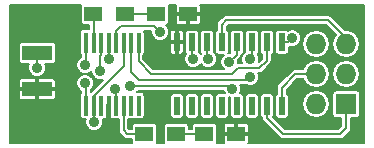
<source format=gtl>
G04 #@! TF.FileFunction,Copper,L1,Top,Signal*
%FSLAX46Y46*%
G04 Gerber Fmt 4.6, Leading zero omitted, Abs format (unit mm)*
G04 Created by KiCad (PCBNEW (after 2015-mar-04 BZR unknown)-product) date 9/2/2016 2:53:59 PM*
%MOMM*%
G01*
G04 APERTURE LIST*
%ADD10C,0.150000*%
%ADD11R,2.540000X1.270000*%
%ADD12R,0.406400X1.651000*%
%ADD13R,0.600000X1.500000*%
%ADD14R,1.500000X1.300000*%
%ADD15R,1.727200X1.727200*%
%ADD16O,1.727200X1.727200*%
%ADD17C,0.889000*%
%ADD18C,0.203200*%
G04 APERTURE END LIST*
D10*
D11*
X151130000Y-103378000D03*
X151130000Y-100330000D03*
D12*
X157797500Y-99441000D03*
X157162500Y-99441000D03*
X156527500Y-99441000D03*
X155892500Y-99441000D03*
X159702500Y-104775000D03*
X159702500Y-99441000D03*
X159067500Y-99441000D03*
X158432500Y-99441000D03*
X155257500Y-104775000D03*
X155892500Y-104775000D03*
X156527500Y-104775000D03*
X157162500Y-104775000D03*
X157797500Y-104775000D03*
X158432500Y-104775000D03*
X155257500Y-99441000D03*
X159067500Y-104775000D03*
D13*
X162941000Y-104808000D03*
X164211000Y-104808000D03*
X165481000Y-104808000D03*
X166751000Y-104808000D03*
X168021000Y-104808000D03*
X169291000Y-104808000D03*
X170561000Y-104808000D03*
X171831000Y-104808000D03*
X171831000Y-99408000D03*
X170561000Y-99408000D03*
X169291000Y-99408000D03*
X168021000Y-99408000D03*
X166751000Y-99408000D03*
X165481000Y-99408000D03*
X164211000Y-99408000D03*
X162941000Y-99408000D03*
D14*
X155876000Y-97028000D03*
X158576000Y-97028000D03*
X160194000Y-107188000D03*
X162894000Y-107188000D03*
D15*
X177292000Y-104648000D03*
D16*
X174752000Y-104648000D03*
X177292000Y-102108000D03*
X174752000Y-102108000D03*
X177292000Y-99568000D03*
X174752000Y-99568000D03*
D14*
X163910000Y-97028000D03*
X161210000Y-97028000D03*
X167974000Y-107188000D03*
X165274000Y-107188000D03*
D17*
X155956000Y-106172000D03*
X163068000Y-100838000D03*
X157480000Y-106680000D03*
X154178000Y-104394000D03*
X159004000Y-103124000D03*
X156464000Y-101854000D03*
X167640000Y-103378000D03*
X167386000Y-101092000D03*
X155194000Y-102870000D03*
X155194000Y-101346000D03*
X169164000Y-102362000D03*
X169164000Y-100838000D03*
X161544000Y-98552000D03*
X172720000Y-99060000D03*
X151130000Y-101600000D03*
X157734000Y-103378000D03*
X157226000Y-100838000D03*
X164338000Y-100838000D03*
X165608000Y-100838000D03*
D18*
X155892500Y-104775000D02*
X155892500Y-103949500D01*
X155892500Y-103949500D02*
X158432500Y-101409500D01*
X158432500Y-101409500D02*
X158432500Y-99441000D01*
X155892500Y-104775000D02*
X155892500Y-106108500D01*
X155892500Y-106108500D02*
X155956000Y-106172000D01*
X157162500Y-104775000D02*
X157162500Y-106362500D01*
X162941000Y-100711000D02*
X162941000Y-99408000D01*
X163068000Y-100838000D02*
X162941000Y-100711000D01*
X157162500Y-106362500D02*
X157480000Y-106680000D01*
X156464000Y-100584000D02*
X156464000Y-101854000D01*
X159004000Y-103124000D02*
X161036000Y-103124000D01*
X161036000Y-103124000D02*
X167386000Y-103124000D01*
X167386000Y-103124000D02*
X167640000Y-103378000D01*
X168021000Y-99408000D02*
X168021000Y-100457000D01*
X168021000Y-100457000D02*
X167386000Y-101092000D01*
X156527500Y-99441000D02*
X156527500Y-100520500D01*
X156527500Y-100520500D02*
X156464000Y-100584000D01*
X155194000Y-102870000D02*
X155257500Y-102933500D01*
X155257500Y-102933500D02*
X155257500Y-104775000D01*
X155194000Y-101346000D02*
X155257500Y-101282500D01*
X155257500Y-101282500D02*
X155257500Y-99441000D01*
X166624000Y-102616000D02*
X168910000Y-102616000D01*
X168910000Y-102616000D02*
X169164000Y-102362000D01*
X159067500Y-99441000D02*
X159067500Y-101917500D01*
X169291000Y-100711000D02*
X169291000Y-99408000D01*
X169164000Y-100838000D02*
X169291000Y-100711000D01*
X159766000Y-102616000D02*
X166624000Y-102616000D01*
X159067500Y-101917500D02*
X159766000Y-102616000D01*
X159258000Y-98044000D02*
X161036000Y-98044000D01*
X161036000Y-98044000D02*
X161544000Y-98552000D01*
X157797500Y-99441000D02*
X157797500Y-98488500D01*
X172372000Y-99408000D02*
X171831000Y-99408000D01*
X172720000Y-99060000D02*
X172372000Y-99408000D01*
X158242000Y-98044000D02*
X159258000Y-98044000D01*
X157797500Y-98488500D02*
X158242000Y-98044000D01*
X166624000Y-102108000D02*
X167640000Y-102108000D01*
X170561000Y-100965000D02*
X170561000Y-99408000D01*
X169926000Y-101600000D02*
X170561000Y-100965000D01*
X168148000Y-101600000D02*
X169926000Y-101600000D01*
X167640000Y-102108000D02*
X168148000Y-101600000D01*
X159702500Y-99441000D02*
X159702500Y-101028500D01*
X160782000Y-102108000D02*
X166624000Y-102108000D01*
X159702500Y-101028500D02*
X160782000Y-102108000D01*
X151130000Y-100330000D02*
X151130000Y-101600000D01*
X157797500Y-104775000D02*
X157797500Y-103441500D01*
X157797500Y-103441500D02*
X157734000Y-103378000D01*
X157162500Y-99441000D02*
X157162500Y-100774500D01*
X157162500Y-100774500D02*
X157226000Y-100838000D01*
X164211000Y-99408000D02*
X164211000Y-100711000D01*
X164211000Y-100711000D02*
X164338000Y-100838000D01*
X155892500Y-99441000D02*
X155892500Y-97044500D01*
X155892500Y-97044500D02*
X155876000Y-97028000D01*
X158576000Y-97028000D02*
X161210000Y-97028000D01*
X160194000Y-107188000D02*
X158750000Y-107188000D01*
X158432500Y-106870500D02*
X158432500Y-104775000D01*
X158750000Y-107188000D02*
X158432500Y-106870500D01*
X158432500Y-104775000D02*
X158432500Y-103949500D01*
X162894000Y-107188000D02*
X165274000Y-107188000D01*
X170561000Y-104808000D02*
X170561000Y-105791000D01*
X177292000Y-106680000D02*
X177292000Y-104648000D01*
X176784000Y-107188000D02*
X177292000Y-106680000D01*
X171958000Y-107188000D02*
X176784000Y-107188000D01*
X170561000Y-105791000D02*
X171958000Y-107188000D01*
X165481000Y-99408000D02*
X165481000Y-100711000D01*
X165481000Y-100711000D02*
X165608000Y-100838000D01*
X174752000Y-102108000D02*
X172974000Y-102108000D01*
X171831000Y-103251000D02*
X171831000Y-104808000D01*
X172974000Y-102108000D02*
X171831000Y-103251000D01*
X177292000Y-99568000D02*
X177292000Y-99060000D01*
X177292000Y-99060000D02*
X175768000Y-97536000D01*
X175768000Y-97536000D02*
X167132000Y-97536000D01*
X167132000Y-97536000D02*
X166751000Y-97917000D01*
X166751000Y-97917000D02*
X166751000Y-99408000D01*
G36*
X159161349Y-107962700D02*
X152710771Y-107962700D01*
X152710771Y-100965000D01*
X152710771Y-99695000D01*
X152688222Y-99578781D01*
X152621123Y-99476635D01*
X152519827Y-99408259D01*
X152400000Y-99384229D01*
X149860000Y-99384229D01*
X149743781Y-99406778D01*
X149641635Y-99473877D01*
X149573259Y-99575173D01*
X149549229Y-99695000D01*
X149549229Y-100965000D01*
X149571778Y-101081219D01*
X149638877Y-101183365D01*
X149740173Y-101251741D01*
X149860000Y-101275771D01*
X150453300Y-101275771D01*
X150380830Y-101450301D01*
X150380570Y-101748391D01*
X150494404Y-102023890D01*
X150705001Y-102234856D01*
X150980301Y-102349170D01*
X151278391Y-102349430D01*
X151553890Y-102235596D01*
X151764856Y-102024999D01*
X151879170Y-101749699D01*
X151879430Y-101451609D01*
X151806775Y-101275771D01*
X152400000Y-101275771D01*
X152516219Y-101253222D01*
X152618365Y-101186123D01*
X152686741Y-101084827D01*
X152710771Y-100965000D01*
X152710771Y-107962700D01*
X152704800Y-107962700D01*
X152704800Y-104073628D01*
X152704800Y-103543100D01*
X152704800Y-103212900D01*
X152704800Y-102682372D01*
X152658397Y-102570345D01*
X152572656Y-102484603D01*
X152460629Y-102438200D01*
X152339372Y-102438200D01*
X151295100Y-102438200D01*
X151218900Y-102514400D01*
X151218900Y-103289100D01*
X152628600Y-103289100D01*
X152704800Y-103212900D01*
X152704800Y-103543100D01*
X152628600Y-103466900D01*
X151218900Y-103466900D01*
X151218900Y-104241600D01*
X151295100Y-104317800D01*
X152339372Y-104317800D01*
X152460629Y-104317800D01*
X152572656Y-104271397D01*
X152658397Y-104185655D01*
X152704800Y-104073628D01*
X152704800Y-107962700D01*
X151041100Y-107962700D01*
X151041100Y-104241600D01*
X151041100Y-103466900D01*
X151041100Y-103289100D01*
X151041100Y-102514400D01*
X150964900Y-102438200D01*
X149920628Y-102438200D01*
X149799371Y-102438200D01*
X149687344Y-102484603D01*
X149601603Y-102570345D01*
X149555200Y-102682372D01*
X149555200Y-103212900D01*
X149631400Y-103289100D01*
X151041100Y-103289100D01*
X151041100Y-103466900D01*
X149631400Y-103466900D01*
X149555200Y-103543100D01*
X149555200Y-104073628D01*
X149601603Y-104185655D01*
X149687344Y-104271397D01*
X149799371Y-104317800D01*
X149920628Y-104317800D01*
X150964900Y-104317800D01*
X151041100Y-104241600D01*
X151041100Y-107962700D01*
X148831300Y-107962700D01*
X148831300Y-96253300D01*
X154842548Y-96253300D01*
X154839259Y-96258173D01*
X154815229Y-96378000D01*
X154815229Y-97678000D01*
X154837778Y-97794219D01*
X154904877Y-97896365D01*
X155006173Y-97964741D01*
X155126000Y-97988771D01*
X155486100Y-97988771D01*
X155486100Y-98309822D01*
X155460700Y-98304729D01*
X155054300Y-98304729D01*
X154938081Y-98327278D01*
X154835935Y-98394377D01*
X154767559Y-98495673D01*
X154743529Y-98615500D01*
X154743529Y-100266500D01*
X154766078Y-100382719D01*
X154833177Y-100484865D01*
X154851100Y-100496963D01*
X154851100Y-100676939D01*
X154770110Y-100710404D01*
X154559144Y-100921001D01*
X154444830Y-101196301D01*
X154444570Y-101494391D01*
X154558404Y-101769890D01*
X154769001Y-101980856D01*
X155044301Y-102095170D01*
X155342391Y-102095430D01*
X155617890Y-101981596D01*
X155714672Y-101884982D01*
X155714570Y-102002391D01*
X155828404Y-102277890D01*
X156039001Y-102488856D01*
X156314301Y-102603170D01*
X156612391Y-102603430D01*
X156700056Y-102567207D01*
X155663900Y-103603363D01*
X155663900Y-103459666D01*
X155828856Y-103294999D01*
X155943170Y-103019699D01*
X155943430Y-102721609D01*
X155829596Y-102446110D01*
X155618999Y-102235144D01*
X155343699Y-102120830D01*
X155045609Y-102120570D01*
X154770110Y-102234404D01*
X154559144Y-102445001D01*
X154444830Y-102720301D01*
X154444570Y-103018391D01*
X154558404Y-103293890D01*
X154769001Y-103504856D01*
X154851100Y-103538946D01*
X154851100Y-103718415D01*
X154835935Y-103728377D01*
X154767559Y-103829673D01*
X154743529Y-103949500D01*
X154743529Y-105600500D01*
X154766078Y-105716719D01*
X154833177Y-105818865D01*
X154934473Y-105887241D01*
X155054300Y-105911271D01*
X155252933Y-105911271D01*
X155206830Y-106022301D01*
X155206570Y-106320391D01*
X155320404Y-106595890D01*
X155531001Y-106806856D01*
X155806301Y-106921170D01*
X156104391Y-106921430D01*
X156379890Y-106807596D01*
X156590856Y-106596999D01*
X156705170Y-106321699D01*
X156705430Y-106023609D01*
X156659012Y-105911271D01*
X156730700Y-105911271D01*
X156846919Y-105888722D01*
X156851455Y-105885742D01*
X156898672Y-105905300D01*
X156997400Y-105905300D01*
X157073600Y-105829100D01*
X157073600Y-104863900D01*
X157053600Y-104863900D01*
X157053600Y-104686100D01*
X157073600Y-104686100D01*
X157073600Y-104666100D01*
X157251400Y-104666100D01*
X157251400Y-104686100D01*
X157271400Y-104686100D01*
X157271400Y-104863900D01*
X157251400Y-104863900D01*
X157251400Y-105829100D01*
X157327600Y-105905300D01*
X157426328Y-105905300D01*
X157472744Y-105886073D01*
X157474473Y-105887241D01*
X157594300Y-105911271D01*
X158000700Y-105911271D01*
X158026100Y-105906342D01*
X158026100Y-106870500D01*
X158057035Y-107026023D01*
X158145132Y-107157868D01*
X158462632Y-107475368D01*
X158594477Y-107563465D01*
X158594478Y-107563465D01*
X158750000Y-107594400D01*
X159133229Y-107594400D01*
X159133229Y-107838000D01*
X159155778Y-107954219D01*
X159161349Y-107962700D01*
X159161349Y-107962700D01*
G37*
X159161349Y-107962700D02*
X152710771Y-107962700D01*
X152710771Y-100965000D01*
X152710771Y-99695000D01*
X152688222Y-99578781D01*
X152621123Y-99476635D01*
X152519827Y-99408259D01*
X152400000Y-99384229D01*
X149860000Y-99384229D01*
X149743781Y-99406778D01*
X149641635Y-99473877D01*
X149573259Y-99575173D01*
X149549229Y-99695000D01*
X149549229Y-100965000D01*
X149571778Y-101081219D01*
X149638877Y-101183365D01*
X149740173Y-101251741D01*
X149860000Y-101275771D01*
X150453300Y-101275771D01*
X150380830Y-101450301D01*
X150380570Y-101748391D01*
X150494404Y-102023890D01*
X150705001Y-102234856D01*
X150980301Y-102349170D01*
X151278391Y-102349430D01*
X151553890Y-102235596D01*
X151764856Y-102024999D01*
X151879170Y-101749699D01*
X151879430Y-101451609D01*
X151806775Y-101275771D01*
X152400000Y-101275771D01*
X152516219Y-101253222D01*
X152618365Y-101186123D01*
X152686741Y-101084827D01*
X152710771Y-100965000D01*
X152710771Y-107962700D01*
X152704800Y-107962700D01*
X152704800Y-104073628D01*
X152704800Y-103543100D01*
X152704800Y-103212900D01*
X152704800Y-102682372D01*
X152658397Y-102570345D01*
X152572656Y-102484603D01*
X152460629Y-102438200D01*
X152339372Y-102438200D01*
X151295100Y-102438200D01*
X151218900Y-102514400D01*
X151218900Y-103289100D01*
X152628600Y-103289100D01*
X152704800Y-103212900D01*
X152704800Y-103543100D01*
X152628600Y-103466900D01*
X151218900Y-103466900D01*
X151218900Y-104241600D01*
X151295100Y-104317800D01*
X152339372Y-104317800D01*
X152460629Y-104317800D01*
X152572656Y-104271397D01*
X152658397Y-104185655D01*
X152704800Y-104073628D01*
X152704800Y-107962700D01*
X151041100Y-107962700D01*
X151041100Y-104241600D01*
X151041100Y-103466900D01*
X151041100Y-103289100D01*
X151041100Y-102514400D01*
X150964900Y-102438200D01*
X149920628Y-102438200D01*
X149799371Y-102438200D01*
X149687344Y-102484603D01*
X149601603Y-102570345D01*
X149555200Y-102682372D01*
X149555200Y-103212900D01*
X149631400Y-103289100D01*
X151041100Y-103289100D01*
X151041100Y-103466900D01*
X149631400Y-103466900D01*
X149555200Y-103543100D01*
X149555200Y-104073628D01*
X149601603Y-104185655D01*
X149687344Y-104271397D01*
X149799371Y-104317800D01*
X149920628Y-104317800D01*
X150964900Y-104317800D01*
X151041100Y-104241600D01*
X151041100Y-107962700D01*
X148831300Y-107962700D01*
X148831300Y-96253300D01*
X154842548Y-96253300D01*
X154839259Y-96258173D01*
X154815229Y-96378000D01*
X154815229Y-97678000D01*
X154837778Y-97794219D01*
X154904877Y-97896365D01*
X155006173Y-97964741D01*
X155126000Y-97988771D01*
X155486100Y-97988771D01*
X155486100Y-98309822D01*
X155460700Y-98304729D01*
X155054300Y-98304729D01*
X154938081Y-98327278D01*
X154835935Y-98394377D01*
X154767559Y-98495673D01*
X154743529Y-98615500D01*
X154743529Y-100266500D01*
X154766078Y-100382719D01*
X154833177Y-100484865D01*
X154851100Y-100496963D01*
X154851100Y-100676939D01*
X154770110Y-100710404D01*
X154559144Y-100921001D01*
X154444830Y-101196301D01*
X154444570Y-101494391D01*
X154558404Y-101769890D01*
X154769001Y-101980856D01*
X155044301Y-102095170D01*
X155342391Y-102095430D01*
X155617890Y-101981596D01*
X155714672Y-101884982D01*
X155714570Y-102002391D01*
X155828404Y-102277890D01*
X156039001Y-102488856D01*
X156314301Y-102603170D01*
X156612391Y-102603430D01*
X156700056Y-102567207D01*
X155663900Y-103603363D01*
X155663900Y-103459666D01*
X155828856Y-103294999D01*
X155943170Y-103019699D01*
X155943430Y-102721609D01*
X155829596Y-102446110D01*
X155618999Y-102235144D01*
X155343699Y-102120830D01*
X155045609Y-102120570D01*
X154770110Y-102234404D01*
X154559144Y-102445001D01*
X154444830Y-102720301D01*
X154444570Y-103018391D01*
X154558404Y-103293890D01*
X154769001Y-103504856D01*
X154851100Y-103538946D01*
X154851100Y-103718415D01*
X154835935Y-103728377D01*
X154767559Y-103829673D01*
X154743529Y-103949500D01*
X154743529Y-105600500D01*
X154766078Y-105716719D01*
X154833177Y-105818865D01*
X154934473Y-105887241D01*
X155054300Y-105911271D01*
X155252933Y-105911271D01*
X155206830Y-106022301D01*
X155206570Y-106320391D01*
X155320404Y-106595890D01*
X155531001Y-106806856D01*
X155806301Y-106921170D01*
X156104391Y-106921430D01*
X156379890Y-106807596D01*
X156590856Y-106596999D01*
X156705170Y-106321699D01*
X156705430Y-106023609D01*
X156659012Y-105911271D01*
X156730700Y-105911271D01*
X156846919Y-105888722D01*
X156851455Y-105885742D01*
X156898672Y-105905300D01*
X156997400Y-105905300D01*
X157073600Y-105829100D01*
X157073600Y-104863900D01*
X157053600Y-104863900D01*
X157053600Y-104686100D01*
X157073600Y-104686100D01*
X157073600Y-104666100D01*
X157251400Y-104666100D01*
X157251400Y-104686100D01*
X157271400Y-104686100D01*
X157271400Y-104863900D01*
X157251400Y-104863900D01*
X157251400Y-105829100D01*
X157327600Y-105905300D01*
X157426328Y-105905300D01*
X157472744Y-105886073D01*
X157474473Y-105887241D01*
X157594300Y-105911271D01*
X158000700Y-105911271D01*
X158026100Y-105906342D01*
X158026100Y-106870500D01*
X158057035Y-107026023D01*
X158145132Y-107157868D01*
X158462632Y-107475368D01*
X158594477Y-107563465D01*
X158594478Y-107563465D01*
X158750000Y-107594400D01*
X159133229Y-107594400D01*
X159133229Y-107838000D01*
X159155778Y-107954219D01*
X159161349Y-107962700D01*
G36*
X178828700Y-107962700D02*
X178483290Y-107962700D01*
X178483290Y-102108000D01*
X178394351Y-101660873D01*
X178141074Y-101281816D01*
X177762017Y-101028539D01*
X177314890Y-100939600D01*
X177269110Y-100939600D01*
X176821983Y-101028539D01*
X176442926Y-101281816D01*
X176189649Y-101660873D01*
X176100710Y-102108000D01*
X176189649Y-102555127D01*
X176442926Y-102934184D01*
X176821983Y-103187461D01*
X177269110Y-103276400D01*
X177314890Y-103276400D01*
X177762017Y-103187461D01*
X178141074Y-102934184D01*
X178394351Y-102555127D01*
X178483290Y-102108000D01*
X178483290Y-107962700D01*
X178466371Y-107962700D01*
X178466371Y-105511600D01*
X178466371Y-103784400D01*
X178443822Y-103668181D01*
X178376723Y-103566035D01*
X178275427Y-103497659D01*
X178155600Y-103473629D01*
X176428400Y-103473629D01*
X176312181Y-103496178D01*
X176210035Y-103563277D01*
X176141659Y-103664573D01*
X176117629Y-103784400D01*
X176117629Y-105511600D01*
X176140178Y-105627819D01*
X176207277Y-105729965D01*
X176308573Y-105798341D01*
X176428400Y-105822371D01*
X176885600Y-105822371D01*
X176885600Y-106511663D01*
X176615663Y-106781600D01*
X175943290Y-106781600D01*
X175943290Y-104648000D01*
X175943290Y-102108000D01*
X175943290Y-99568000D01*
X175854351Y-99120873D01*
X175601074Y-98741816D01*
X175222017Y-98488539D01*
X174774890Y-98399600D01*
X174729110Y-98399600D01*
X174281983Y-98488539D01*
X173902926Y-98741816D01*
X173649649Y-99120873D01*
X173560710Y-99568000D01*
X173649649Y-100015127D01*
X173902926Y-100394184D01*
X174281983Y-100647461D01*
X174729110Y-100736400D01*
X174774890Y-100736400D01*
X175222017Y-100647461D01*
X175601074Y-100394184D01*
X175854351Y-100015127D01*
X175943290Y-99568000D01*
X175943290Y-102108000D01*
X175854351Y-101660873D01*
X175601074Y-101281816D01*
X175222017Y-101028539D01*
X174774890Y-100939600D01*
X174729110Y-100939600D01*
X174281983Y-101028539D01*
X173902926Y-101281816D01*
X173649649Y-101660873D01*
X173641547Y-101701600D01*
X173469430Y-101701600D01*
X173469430Y-98911609D01*
X173355596Y-98636110D01*
X173144999Y-98425144D01*
X172869699Y-98310830D01*
X172571609Y-98310570D01*
X172316858Y-98415830D01*
X172250827Y-98371259D01*
X172131000Y-98347229D01*
X171531000Y-98347229D01*
X171414781Y-98369778D01*
X171312635Y-98436877D01*
X171244259Y-98538173D01*
X171220229Y-98658000D01*
X171220229Y-100158000D01*
X171242778Y-100274219D01*
X171309877Y-100376365D01*
X171411173Y-100444741D01*
X171531000Y-100468771D01*
X172131000Y-100468771D01*
X172247219Y-100446222D01*
X172349365Y-100379123D01*
X172417741Y-100277827D01*
X172441771Y-100158000D01*
X172441771Y-99800521D01*
X172514590Y-99786037D01*
X172570301Y-99809170D01*
X172868391Y-99809430D01*
X173143890Y-99695596D01*
X173354856Y-99484999D01*
X173469170Y-99209699D01*
X173469430Y-98911609D01*
X173469430Y-101701600D01*
X172974000Y-101701600D01*
X172818477Y-101732535D01*
X172686632Y-101820632D01*
X171543632Y-102963632D01*
X171455535Y-103095477D01*
X171424600Y-103251000D01*
X171424600Y-103767872D01*
X171414781Y-103769778D01*
X171312635Y-103836877D01*
X171244259Y-103938173D01*
X171220229Y-104058000D01*
X171220229Y-105558000D01*
X171242778Y-105674219D01*
X171309877Y-105776365D01*
X171411173Y-105844741D01*
X171531000Y-105868771D01*
X172131000Y-105868771D01*
X172247219Y-105846222D01*
X172349365Y-105779123D01*
X172417741Y-105677827D01*
X172441771Y-105558000D01*
X172441771Y-104058000D01*
X172419222Y-103941781D01*
X172352123Y-103839635D01*
X172250827Y-103771259D01*
X172237400Y-103768566D01*
X172237400Y-103419336D01*
X173142336Y-102514400D01*
X173641547Y-102514400D01*
X173649649Y-102555127D01*
X173902926Y-102934184D01*
X174281983Y-103187461D01*
X174729110Y-103276400D01*
X174774890Y-103276400D01*
X175222017Y-103187461D01*
X175601074Y-102934184D01*
X175854351Y-102555127D01*
X175943290Y-102108000D01*
X175943290Y-104648000D01*
X175854351Y-104200873D01*
X175601074Y-103821816D01*
X175222017Y-103568539D01*
X174774890Y-103479600D01*
X174729110Y-103479600D01*
X174281983Y-103568539D01*
X173902926Y-103821816D01*
X173649649Y-104200873D01*
X173560710Y-104648000D01*
X173649649Y-105095127D01*
X173902926Y-105474184D01*
X174281983Y-105727461D01*
X174729110Y-105816400D01*
X174774890Y-105816400D01*
X175222017Y-105727461D01*
X175601074Y-105474184D01*
X175854351Y-105095127D01*
X175943290Y-104648000D01*
X175943290Y-106781600D01*
X172126336Y-106781600D01*
X171097295Y-105752559D01*
X171147741Y-105677827D01*
X171171771Y-105558000D01*
X171171771Y-104058000D01*
X171149222Y-103941781D01*
X171082123Y-103839635D01*
X170980827Y-103771259D01*
X170861000Y-103747229D01*
X170261000Y-103747229D01*
X170144781Y-103769778D01*
X170042635Y-103836877D01*
X169974259Y-103938173D01*
X169950229Y-104058000D01*
X169950229Y-105558000D01*
X169972778Y-105674219D01*
X170039877Y-105776365D01*
X170141173Y-105844741D01*
X170166291Y-105849778D01*
X170185535Y-105946523D01*
X170273632Y-106078368D01*
X171670632Y-107475368D01*
X171802477Y-107563465D01*
X171958000Y-107594400D01*
X176784000Y-107594400D01*
X176939522Y-107563465D01*
X176939523Y-107563465D01*
X177071368Y-107475368D01*
X177579368Y-106967369D01*
X177579368Y-106967368D01*
X177667465Y-106835523D01*
X177698399Y-106680000D01*
X177698400Y-106680000D01*
X177698400Y-105822371D01*
X178155600Y-105822371D01*
X178271819Y-105799822D01*
X178373965Y-105732723D01*
X178442341Y-105631427D01*
X178466371Y-105511600D01*
X178466371Y-107962700D01*
X169901771Y-107962700D01*
X169901771Y-105558000D01*
X169901771Y-104058000D01*
X169879222Y-103941781D01*
X169812123Y-103839635D01*
X169710827Y-103771259D01*
X169591000Y-103747229D01*
X168991000Y-103747229D01*
X168874781Y-103769778D01*
X168772635Y-103836877D01*
X168704259Y-103938173D01*
X168680229Y-104058000D01*
X168680229Y-105558000D01*
X168702778Y-105674219D01*
X168769877Y-105776365D01*
X168871173Y-105844741D01*
X168991000Y-105868771D01*
X169591000Y-105868771D01*
X169707219Y-105846222D01*
X169809365Y-105779123D01*
X169877741Y-105677827D01*
X169901771Y-105558000D01*
X169901771Y-107962700D01*
X169002260Y-107962700D01*
X169028800Y-107898629D01*
X169028800Y-107777372D01*
X169028800Y-107353100D01*
X169028800Y-107022900D01*
X169028800Y-106598628D01*
X169028800Y-106477371D01*
X168982397Y-106365344D01*
X168896655Y-106279603D01*
X168784628Y-106233200D01*
X168139100Y-106233200D01*
X168062900Y-106309400D01*
X168062900Y-107099100D01*
X168952600Y-107099100D01*
X169028800Y-107022900D01*
X169028800Y-107353100D01*
X168952600Y-107276900D01*
X168062900Y-107276900D01*
X168062900Y-107296900D01*
X167885100Y-107296900D01*
X167885100Y-107276900D01*
X167885100Y-107099100D01*
X167885100Y-106309400D01*
X167808900Y-106233200D01*
X167163372Y-106233200D01*
X167051345Y-106279603D01*
X166965603Y-106365344D01*
X166919200Y-106477371D01*
X166919200Y-106598628D01*
X166919200Y-107022900D01*
X166995400Y-107099100D01*
X167885100Y-107099100D01*
X167885100Y-107276900D01*
X166995400Y-107276900D01*
X166919200Y-107353100D01*
X166919200Y-107777372D01*
X166919200Y-107898629D01*
X166945739Y-107962700D01*
X166307451Y-107962700D01*
X166310741Y-107957827D01*
X166334771Y-107838000D01*
X166334771Y-106538000D01*
X166312222Y-106421781D01*
X166245123Y-106319635D01*
X166143827Y-106251259D01*
X166091771Y-106240819D01*
X166091771Y-105558000D01*
X166091771Y-104058000D01*
X166069222Y-103941781D01*
X166002123Y-103839635D01*
X165900827Y-103771259D01*
X165781000Y-103747229D01*
X165181000Y-103747229D01*
X165064781Y-103769778D01*
X164962635Y-103836877D01*
X164894259Y-103938173D01*
X164870229Y-104058000D01*
X164870229Y-105558000D01*
X164892778Y-105674219D01*
X164959877Y-105776365D01*
X165061173Y-105844741D01*
X165181000Y-105868771D01*
X165781000Y-105868771D01*
X165897219Y-105846222D01*
X165999365Y-105779123D01*
X166067741Y-105677827D01*
X166091771Y-105558000D01*
X166091771Y-106240819D01*
X166024000Y-106227229D01*
X164821771Y-106227229D01*
X164821771Y-105558000D01*
X164821771Y-104058000D01*
X164799222Y-103941781D01*
X164732123Y-103839635D01*
X164630827Y-103771259D01*
X164511000Y-103747229D01*
X163911000Y-103747229D01*
X163794781Y-103769778D01*
X163692635Y-103836877D01*
X163624259Y-103938173D01*
X163600229Y-104058000D01*
X163600229Y-105558000D01*
X163622778Y-105674219D01*
X163689877Y-105776365D01*
X163791173Y-105844741D01*
X163911000Y-105868771D01*
X164511000Y-105868771D01*
X164627219Y-105846222D01*
X164729365Y-105779123D01*
X164797741Y-105677827D01*
X164821771Y-105558000D01*
X164821771Y-106227229D01*
X164524000Y-106227229D01*
X164407781Y-106249778D01*
X164305635Y-106316877D01*
X164237259Y-106418173D01*
X164213229Y-106538000D01*
X164213229Y-106781600D01*
X163954771Y-106781600D01*
X163954771Y-106538000D01*
X163932222Y-106421781D01*
X163865123Y-106319635D01*
X163763827Y-106251259D01*
X163644000Y-106227229D01*
X163551771Y-106227229D01*
X163551771Y-105558000D01*
X163551771Y-104058000D01*
X163529222Y-103941781D01*
X163462123Y-103839635D01*
X163360827Y-103771259D01*
X163241000Y-103747229D01*
X162641000Y-103747229D01*
X162524781Y-103769778D01*
X162422635Y-103836877D01*
X162354259Y-103938173D01*
X162330229Y-104058000D01*
X162330229Y-105558000D01*
X162352778Y-105674219D01*
X162419877Y-105776365D01*
X162521173Y-105844741D01*
X162641000Y-105868771D01*
X163241000Y-105868771D01*
X163357219Y-105846222D01*
X163459365Y-105779123D01*
X163527741Y-105677827D01*
X163551771Y-105558000D01*
X163551771Y-106227229D01*
X162144000Y-106227229D01*
X162027781Y-106249778D01*
X161925635Y-106316877D01*
X161857259Y-106418173D01*
X161833229Y-106538000D01*
X161833229Y-107838000D01*
X161855778Y-107954219D01*
X161861349Y-107962700D01*
X161227451Y-107962700D01*
X161230741Y-107957827D01*
X161254771Y-107838000D01*
X161254771Y-106538000D01*
X161232222Y-106421781D01*
X161165123Y-106319635D01*
X161063827Y-106251259D01*
X160944000Y-106227229D01*
X159444000Y-106227229D01*
X159327781Y-106249778D01*
X159225635Y-106316877D01*
X159157259Y-106418173D01*
X159133229Y-106538000D01*
X159133229Y-106781600D01*
X158918336Y-106781600D01*
X158838900Y-106702164D01*
X158838900Y-105906177D01*
X158864300Y-105911271D01*
X159270700Y-105911271D01*
X159386888Y-105888728D01*
X159499300Y-105911271D01*
X159905700Y-105911271D01*
X160021919Y-105888722D01*
X160124065Y-105821623D01*
X160192441Y-105720327D01*
X160216471Y-105600500D01*
X160216471Y-103949500D01*
X160193922Y-103833281D01*
X160126823Y-103731135D01*
X160025527Y-103662759D01*
X159905700Y-103638729D01*
X159548968Y-103638729D01*
X159638856Y-103548999D01*
X159646578Y-103530400D01*
X161036000Y-103530400D01*
X166892226Y-103530400D01*
X166981818Y-103747229D01*
X166451000Y-103747229D01*
X166334781Y-103769778D01*
X166232635Y-103836877D01*
X166164259Y-103938173D01*
X166140229Y-104058000D01*
X166140229Y-105558000D01*
X166162778Y-105674219D01*
X166229877Y-105776365D01*
X166331173Y-105844741D01*
X166451000Y-105868771D01*
X167051000Y-105868771D01*
X167167219Y-105846222D01*
X167269365Y-105779123D01*
X167337741Y-105677827D01*
X167361771Y-105558000D01*
X167361771Y-104073799D01*
X167410229Y-104093921D01*
X167410229Y-105558000D01*
X167432778Y-105674219D01*
X167499877Y-105776365D01*
X167601173Y-105844741D01*
X167721000Y-105868771D01*
X168321000Y-105868771D01*
X168437219Y-105846222D01*
X168539365Y-105779123D01*
X168607741Y-105677827D01*
X168631771Y-105558000D01*
X168631771Y-104058000D01*
X168609222Y-103941781D01*
X168542123Y-103839635D01*
X168440827Y-103771259D01*
X168321000Y-103747229D01*
X168298013Y-103747229D01*
X168389170Y-103527699D01*
X168389430Y-103229609D01*
X168303812Y-103022400D01*
X168800518Y-103022400D01*
X169014301Y-103111170D01*
X169312391Y-103111430D01*
X169587890Y-102997596D01*
X169798856Y-102786999D01*
X169913170Y-102511699D01*
X169913430Y-102213609D01*
X169827812Y-102006400D01*
X169926000Y-102006400D01*
X170081522Y-101975465D01*
X170081523Y-101975465D01*
X170213368Y-101887368D01*
X170848368Y-101252368D01*
X170936465Y-101120523D01*
X170936465Y-101120522D01*
X170967400Y-100965000D01*
X170967400Y-100448127D01*
X170977219Y-100446222D01*
X171079365Y-100379123D01*
X171147741Y-100277827D01*
X171171771Y-100158000D01*
X171171771Y-98658000D01*
X171149222Y-98541781D01*
X171082123Y-98439635D01*
X170980827Y-98371259D01*
X170861000Y-98347229D01*
X170261000Y-98347229D01*
X170144781Y-98369778D01*
X170042635Y-98436877D01*
X169974259Y-98538173D01*
X169950229Y-98658000D01*
X169950229Y-100158000D01*
X169972778Y-100274219D01*
X170039877Y-100376365D01*
X170141173Y-100444741D01*
X170154600Y-100447433D01*
X170154600Y-100796664D01*
X169877385Y-101073878D01*
X169913170Y-100987699D01*
X169913430Y-100689609D01*
X169799596Y-100414110D01*
X169782371Y-100396855D01*
X169809365Y-100379123D01*
X169877741Y-100277827D01*
X169901771Y-100158000D01*
X169901771Y-98658000D01*
X169879222Y-98541781D01*
X169812123Y-98439635D01*
X169710827Y-98371259D01*
X169591000Y-98347229D01*
X168991000Y-98347229D01*
X168874781Y-98369778D01*
X168772635Y-98436877D01*
X168704259Y-98538173D01*
X168680229Y-98658000D01*
X168680229Y-100158000D01*
X168697162Y-100245276D01*
X168529144Y-100413001D01*
X168414830Y-100688301D01*
X168414570Y-100986391D01*
X168500187Y-101193600D01*
X168148000Y-101193600D01*
X168135209Y-101196144D01*
X168135430Y-100943609D01*
X168127739Y-100924996D01*
X168308368Y-100744368D01*
X168396465Y-100612523D01*
X168396465Y-100612522D01*
X168427400Y-100457000D01*
X168427400Y-100448127D01*
X168437219Y-100446222D01*
X168539365Y-100379123D01*
X168607741Y-100277827D01*
X168631771Y-100158000D01*
X168631771Y-98658000D01*
X168609222Y-98541781D01*
X168542123Y-98439635D01*
X168440827Y-98371259D01*
X168321000Y-98347229D01*
X167721000Y-98347229D01*
X167604781Y-98369778D01*
X167502635Y-98436877D01*
X167434259Y-98538173D01*
X167410229Y-98658000D01*
X167410229Y-100158000D01*
X167432778Y-100274219D01*
X167477814Y-100342779D01*
X167294005Y-100342619D01*
X167337741Y-100277827D01*
X167361771Y-100158000D01*
X167361771Y-98658000D01*
X167339222Y-98541781D01*
X167272123Y-98439635D01*
X167170827Y-98371259D01*
X167157400Y-98368566D01*
X167157400Y-98085336D01*
X167300336Y-97942400D01*
X175599663Y-97942400D01*
X176425363Y-98768100D01*
X176189649Y-99120873D01*
X176100710Y-99568000D01*
X176189649Y-100015127D01*
X176442926Y-100394184D01*
X176821983Y-100647461D01*
X177269110Y-100736400D01*
X177314890Y-100736400D01*
X177762017Y-100647461D01*
X178141074Y-100394184D01*
X178394351Y-100015127D01*
X178483290Y-99568000D01*
X178394351Y-99120873D01*
X178141074Y-98741816D01*
X177762017Y-98488539D01*
X177314890Y-98399600D01*
X177269110Y-98399600D01*
X177216751Y-98410014D01*
X176055368Y-97248632D01*
X175923523Y-97160535D01*
X175768000Y-97129600D01*
X167132000Y-97129600D01*
X166976477Y-97160535D01*
X166844632Y-97248632D01*
X166463632Y-97629632D01*
X166375535Y-97761477D01*
X166344600Y-97917000D01*
X166344600Y-98367872D01*
X166334781Y-98369778D01*
X166232635Y-98436877D01*
X166164259Y-98538173D01*
X166140229Y-98658000D01*
X166140229Y-100158000D01*
X166162778Y-100274219D01*
X166229877Y-100376365D01*
X166331173Y-100444741D01*
X166451000Y-100468771D01*
X166949721Y-100468771D01*
X166751144Y-100667001D01*
X166636830Y-100942301D01*
X166636570Y-101240391D01*
X166750404Y-101515890D01*
X166935789Y-101701600D01*
X166624000Y-101701600D01*
X166357430Y-101701600D01*
X166357430Y-100689609D01*
X166243596Y-100414110D01*
X166074400Y-100244618D01*
X166091771Y-100158000D01*
X166091771Y-98658000D01*
X166069222Y-98541781D01*
X166002123Y-98439635D01*
X165900827Y-98371259D01*
X165781000Y-98347229D01*
X165181000Y-98347229D01*
X165064781Y-98369778D01*
X164964800Y-98435454D01*
X164964800Y-97738629D01*
X164964800Y-97617372D01*
X164964800Y-97193100D01*
X164888600Y-97116900D01*
X163998900Y-97116900D01*
X163998900Y-97906600D01*
X164075100Y-97982800D01*
X164720628Y-97982800D01*
X164832655Y-97936397D01*
X164918397Y-97850656D01*
X164964800Y-97738629D01*
X164964800Y-98435454D01*
X164962635Y-98436877D01*
X164894259Y-98538173D01*
X164870229Y-98658000D01*
X164870229Y-100158000D01*
X164892778Y-100274219D01*
X164959877Y-100376365D01*
X164989686Y-100396487D01*
X164973144Y-100413001D01*
X164972951Y-100413464D01*
X164804400Y-100244618D01*
X164821771Y-100158000D01*
X164821771Y-98658000D01*
X164799222Y-98541781D01*
X164732123Y-98439635D01*
X164630827Y-98371259D01*
X164511000Y-98347229D01*
X163911000Y-98347229D01*
X163821100Y-98364671D01*
X163821100Y-97906600D01*
X163821100Y-97116900D01*
X162931400Y-97116900D01*
X162855200Y-97193100D01*
X162855200Y-97617372D01*
X162855200Y-97738629D01*
X162901603Y-97850656D01*
X162987345Y-97936397D01*
X163099372Y-97982800D01*
X163744900Y-97982800D01*
X163821100Y-97906600D01*
X163821100Y-98364671D01*
X163794781Y-98369778D01*
X163692635Y-98436877D01*
X163624259Y-98538173D01*
X163600229Y-98658000D01*
X163600229Y-100158000D01*
X163622778Y-100274219D01*
X163689877Y-100376365D01*
X163719686Y-100396487D01*
X163703144Y-100413001D01*
X163588830Y-100688301D01*
X163588570Y-100986391D01*
X163702404Y-101261890D01*
X163913001Y-101472856D01*
X164188301Y-101587170D01*
X164486391Y-101587430D01*
X164761890Y-101473596D01*
X164972856Y-101262999D01*
X164973048Y-101262535D01*
X165183001Y-101472856D01*
X165458301Y-101587170D01*
X165756391Y-101587430D01*
X166031890Y-101473596D01*
X166242856Y-101262999D01*
X166357170Y-100987699D01*
X166357430Y-100689609D01*
X166357430Y-101701600D01*
X163545800Y-101701600D01*
X163545800Y-100218628D01*
X163545800Y-99573100D01*
X163545800Y-99242900D01*
X163545800Y-98597372D01*
X163499397Y-98485345D01*
X163413656Y-98399603D01*
X163301629Y-98353200D01*
X163180372Y-98353200D01*
X163106100Y-98353200D01*
X163029900Y-98429400D01*
X163029900Y-99319100D01*
X163469600Y-99319100D01*
X163545800Y-99242900D01*
X163545800Y-99573100D01*
X163469600Y-99496900D01*
X163029900Y-99496900D01*
X163029900Y-100386600D01*
X163106100Y-100462800D01*
X163180372Y-100462800D01*
X163301629Y-100462800D01*
X163413656Y-100416397D01*
X163499397Y-100330655D01*
X163545800Y-100218628D01*
X163545800Y-101701600D01*
X162852100Y-101701600D01*
X162852100Y-100386600D01*
X162852100Y-99496900D01*
X162852100Y-99319100D01*
X162852100Y-98429400D01*
X162775900Y-98353200D01*
X162701628Y-98353200D01*
X162580371Y-98353200D01*
X162468344Y-98399603D01*
X162382603Y-98485345D01*
X162336200Y-98597372D01*
X162336200Y-99242900D01*
X162412400Y-99319100D01*
X162852100Y-99319100D01*
X162852100Y-99496900D01*
X162412400Y-99496900D01*
X162336200Y-99573100D01*
X162336200Y-100218628D01*
X162382603Y-100330655D01*
X162468344Y-100416397D01*
X162580371Y-100462800D01*
X162701628Y-100462800D01*
X162775900Y-100462800D01*
X162852100Y-100386600D01*
X162852100Y-101701600D01*
X160950336Y-101701600D01*
X160108900Y-100860163D01*
X160108900Y-100497584D01*
X160124065Y-100487623D01*
X160192441Y-100386327D01*
X160216471Y-100266500D01*
X160216471Y-98615500D01*
X160193922Y-98499281D01*
X160161812Y-98450400D01*
X160794788Y-98450400D01*
X160794570Y-98700391D01*
X160908404Y-98975890D01*
X161119001Y-99186856D01*
X161394301Y-99301170D01*
X161692391Y-99301430D01*
X161967890Y-99187596D01*
X162178856Y-98976999D01*
X162293170Y-98701699D01*
X162293430Y-98403609D01*
X162179596Y-98128110D01*
X162027438Y-97975686D01*
X162076219Y-97966222D01*
X162178365Y-97899123D01*
X162246741Y-97797827D01*
X162270771Y-97678000D01*
X162270771Y-96378000D01*
X162248222Y-96261781D01*
X162242650Y-96253300D01*
X162881739Y-96253300D01*
X162855200Y-96317371D01*
X162855200Y-96438628D01*
X162855200Y-96862900D01*
X162931400Y-96939100D01*
X163821100Y-96939100D01*
X163821100Y-96919100D01*
X163998900Y-96919100D01*
X163998900Y-96939100D01*
X164888600Y-96939100D01*
X164964800Y-96862900D01*
X164964800Y-96438628D01*
X164964800Y-96317371D01*
X164938260Y-96253300D01*
X178828700Y-96253300D01*
X178828700Y-107962700D01*
X178828700Y-107962700D01*
G37*
X178828700Y-107962700D02*
X178483290Y-107962700D01*
X178483290Y-102108000D01*
X178394351Y-101660873D01*
X178141074Y-101281816D01*
X177762017Y-101028539D01*
X177314890Y-100939600D01*
X177269110Y-100939600D01*
X176821983Y-101028539D01*
X176442926Y-101281816D01*
X176189649Y-101660873D01*
X176100710Y-102108000D01*
X176189649Y-102555127D01*
X176442926Y-102934184D01*
X176821983Y-103187461D01*
X177269110Y-103276400D01*
X177314890Y-103276400D01*
X177762017Y-103187461D01*
X178141074Y-102934184D01*
X178394351Y-102555127D01*
X178483290Y-102108000D01*
X178483290Y-107962700D01*
X178466371Y-107962700D01*
X178466371Y-105511600D01*
X178466371Y-103784400D01*
X178443822Y-103668181D01*
X178376723Y-103566035D01*
X178275427Y-103497659D01*
X178155600Y-103473629D01*
X176428400Y-103473629D01*
X176312181Y-103496178D01*
X176210035Y-103563277D01*
X176141659Y-103664573D01*
X176117629Y-103784400D01*
X176117629Y-105511600D01*
X176140178Y-105627819D01*
X176207277Y-105729965D01*
X176308573Y-105798341D01*
X176428400Y-105822371D01*
X176885600Y-105822371D01*
X176885600Y-106511663D01*
X176615663Y-106781600D01*
X175943290Y-106781600D01*
X175943290Y-104648000D01*
X175943290Y-102108000D01*
X175943290Y-99568000D01*
X175854351Y-99120873D01*
X175601074Y-98741816D01*
X175222017Y-98488539D01*
X174774890Y-98399600D01*
X174729110Y-98399600D01*
X174281983Y-98488539D01*
X173902926Y-98741816D01*
X173649649Y-99120873D01*
X173560710Y-99568000D01*
X173649649Y-100015127D01*
X173902926Y-100394184D01*
X174281983Y-100647461D01*
X174729110Y-100736400D01*
X174774890Y-100736400D01*
X175222017Y-100647461D01*
X175601074Y-100394184D01*
X175854351Y-100015127D01*
X175943290Y-99568000D01*
X175943290Y-102108000D01*
X175854351Y-101660873D01*
X175601074Y-101281816D01*
X175222017Y-101028539D01*
X174774890Y-100939600D01*
X174729110Y-100939600D01*
X174281983Y-101028539D01*
X173902926Y-101281816D01*
X173649649Y-101660873D01*
X173641547Y-101701600D01*
X173469430Y-101701600D01*
X173469430Y-98911609D01*
X173355596Y-98636110D01*
X173144999Y-98425144D01*
X172869699Y-98310830D01*
X172571609Y-98310570D01*
X172316858Y-98415830D01*
X172250827Y-98371259D01*
X172131000Y-98347229D01*
X171531000Y-98347229D01*
X171414781Y-98369778D01*
X171312635Y-98436877D01*
X171244259Y-98538173D01*
X171220229Y-98658000D01*
X171220229Y-100158000D01*
X171242778Y-100274219D01*
X171309877Y-100376365D01*
X171411173Y-100444741D01*
X171531000Y-100468771D01*
X172131000Y-100468771D01*
X172247219Y-100446222D01*
X172349365Y-100379123D01*
X172417741Y-100277827D01*
X172441771Y-100158000D01*
X172441771Y-99800521D01*
X172514590Y-99786037D01*
X172570301Y-99809170D01*
X172868391Y-99809430D01*
X173143890Y-99695596D01*
X173354856Y-99484999D01*
X173469170Y-99209699D01*
X173469430Y-98911609D01*
X173469430Y-101701600D01*
X172974000Y-101701600D01*
X172818477Y-101732535D01*
X172686632Y-101820632D01*
X171543632Y-102963632D01*
X171455535Y-103095477D01*
X171424600Y-103251000D01*
X171424600Y-103767872D01*
X171414781Y-103769778D01*
X171312635Y-103836877D01*
X171244259Y-103938173D01*
X171220229Y-104058000D01*
X171220229Y-105558000D01*
X171242778Y-105674219D01*
X171309877Y-105776365D01*
X171411173Y-105844741D01*
X171531000Y-105868771D01*
X172131000Y-105868771D01*
X172247219Y-105846222D01*
X172349365Y-105779123D01*
X172417741Y-105677827D01*
X172441771Y-105558000D01*
X172441771Y-104058000D01*
X172419222Y-103941781D01*
X172352123Y-103839635D01*
X172250827Y-103771259D01*
X172237400Y-103768566D01*
X172237400Y-103419336D01*
X173142336Y-102514400D01*
X173641547Y-102514400D01*
X173649649Y-102555127D01*
X173902926Y-102934184D01*
X174281983Y-103187461D01*
X174729110Y-103276400D01*
X174774890Y-103276400D01*
X175222017Y-103187461D01*
X175601074Y-102934184D01*
X175854351Y-102555127D01*
X175943290Y-102108000D01*
X175943290Y-104648000D01*
X175854351Y-104200873D01*
X175601074Y-103821816D01*
X175222017Y-103568539D01*
X174774890Y-103479600D01*
X174729110Y-103479600D01*
X174281983Y-103568539D01*
X173902926Y-103821816D01*
X173649649Y-104200873D01*
X173560710Y-104648000D01*
X173649649Y-105095127D01*
X173902926Y-105474184D01*
X174281983Y-105727461D01*
X174729110Y-105816400D01*
X174774890Y-105816400D01*
X175222017Y-105727461D01*
X175601074Y-105474184D01*
X175854351Y-105095127D01*
X175943290Y-104648000D01*
X175943290Y-106781600D01*
X172126336Y-106781600D01*
X171097295Y-105752559D01*
X171147741Y-105677827D01*
X171171771Y-105558000D01*
X171171771Y-104058000D01*
X171149222Y-103941781D01*
X171082123Y-103839635D01*
X170980827Y-103771259D01*
X170861000Y-103747229D01*
X170261000Y-103747229D01*
X170144781Y-103769778D01*
X170042635Y-103836877D01*
X169974259Y-103938173D01*
X169950229Y-104058000D01*
X169950229Y-105558000D01*
X169972778Y-105674219D01*
X170039877Y-105776365D01*
X170141173Y-105844741D01*
X170166291Y-105849778D01*
X170185535Y-105946523D01*
X170273632Y-106078368D01*
X171670632Y-107475368D01*
X171802477Y-107563465D01*
X171958000Y-107594400D01*
X176784000Y-107594400D01*
X176939522Y-107563465D01*
X176939523Y-107563465D01*
X177071368Y-107475368D01*
X177579368Y-106967369D01*
X177579368Y-106967368D01*
X177667465Y-106835523D01*
X177698399Y-106680000D01*
X177698400Y-106680000D01*
X177698400Y-105822371D01*
X178155600Y-105822371D01*
X178271819Y-105799822D01*
X178373965Y-105732723D01*
X178442341Y-105631427D01*
X178466371Y-105511600D01*
X178466371Y-107962700D01*
X169901771Y-107962700D01*
X169901771Y-105558000D01*
X169901771Y-104058000D01*
X169879222Y-103941781D01*
X169812123Y-103839635D01*
X169710827Y-103771259D01*
X169591000Y-103747229D01*
X168991000Y-103747229D01*
X168874781Y-103769778D01*
X168772635Y-103836877D01*
X168704259Y-103938173D01*
X168680229Y-104058000D01*
X168680229Y-105558000D01*
X168702778Y-105674219D01*
X168769877Y-105776365D01*
X168871173Y-105844741D01*
X168991000Y-105868771D01*
X169591000Y-105868771D01*
X169707219Y-105846222D01*
X169809365Y-105779123D01*
X169877741Y-105677827D01*
X169901771Y-105558000D01*
X169901771Y-107962700D01*
X169002260Y-107962700D01*
X169028800Y-107898629D01*
X169028800Y-107777372D01*
X169028800Y-107353100D01*
X169028800Y-107022900D01*
X169028800Y-106598628D01*
X169028800Y-106477371D01*
X168982397Y-106365344D01*
X168896655Y-106279603D01*
X168784628Y-106233200D01*
X168139100Y-106233200D01*
X168062900Y-106309400D01*
X168062900Y-107099100D01*
X168952600Y-107099100D01*
X169028800Y-107022900D01*
X169028800Y-107353100D01*
X168952600Y-107276900D01*
X168062900Y-107276900D01*
X168062900Y-107296900D01*
X167885100Y-107296900D01*
X167885100Y-107276900D01*
X167885100Y-107099100D01*
X167885100Y-106309400D01*
X167808900Y-106233200D01*
X167163372Y-106233200D01*
X167051345Y-106279603D01*
X166965603Y-106365344D01*
X166919200Y-106477371D01*
X166919200Y-106598628D01*
X166919200Y-107022900D01*
X166995400Y-107099100D01*
X167885100Y-107099100D01*
X167885100Y-107276900D01*
X166995400Y-107276900D01*
X166919200Y-107353100D01*
X166919200Y-107777372D01*
X166919200Y-107898629D01*
X166945739Y-107962700D01*
X166307451Y-107962700D01*
X166310741Y-107957827D01*
X166334771Y-107838000D01*
X166334771Y-106538000D01*
X166312222Y-106421781D01*
X166245123Y-106319635D01*
X166143827Y-106251259D01*
X166091771Y-106240819D01*
X166091771Y-105558000D01*
X166091771Y-104058000D01*
X166069222Y-103941781D01*
X166002123Y-103839635D01*
X165900827Y-103771259D01*
X165781000Y-103747229D01*
X165181000Y-103747229D01*
X165064781Y-103769778D01*
X164962635Y-103836877D01*
X164894259Y-103938173D01*
X164870229Y-104058000D01*
X164870229Y-105558000D01*
X164892778Y-105674219D01*
X164959877Y-105776365D01*
X165061173Y-105844741D01*
X165181000Y-105868771D01*
X165781000Y-105868771D01*
X165897219Y-105846222D01*
X165999365Y-105779123D01*
X166067741Y-105677827D01*
X166091771Y-105558000D01*
X166091771Y-106240819D01*
X166024000Y-106227229D01*
X164821771Y-106227229D01*
X164821771Y-105558000D01*
X164821771Y-104058000D01*
X164799222Y-103941781D01*
X164732123Y-103839635D01*
X164630827Y-103771259D01*
X164511000Y-103747229D01*
X163911000Y-103747229D01*
X163794781Y-103769778D01*
X163692635Y-103836877D01*
X163624259Y-103938173D01*
X163600229Y-104058000D01*
X163600229Y-105558000D01*
X163622778Y-105674219D01*
X163689877Y-105776365D01*
X163791173Y-105844741D01*
X163911000Y-105868771D01*
X164511000Y-105868771D01*
X164627219Y-105846222D01*
X164729365Y-105779123D01*
X164797741Y-105677827D01*
X164821771Y-105558000D01*
X164821771Y-106227229D01*
X164524000Y-106227229D01*
X164407781Y-106249778D01*
X164305635Y-106316877D01*
X164237259Y-106418173D01*
X164213229Y-106538000D01*
X164213229Y-106781600D01*
X163954771Y-106781600D01*
X163954771Y-106538000D01*
X163932222Y-106421781D01*
X163865123Y-106319635D01*
X163763827Y-106251259D01*
X163644000Y-106227229D01*
X163551771Y-106227229D01*
X163551771Y-105558000D01*
X163551771Y-104058000D01*
X163529222Y-103941781D01*
X163462123Y-103839635D01*
X163360827Y-103771259D01*
X163241000Y-103747229D01*
X162641000Y-103747229D01*
X162524781Y-103769778D01*
X162422635Y-103836877D01*
X162354259Y-103938173D01*
X162330229Y-104058000D01*
X162330229Y-105558000D01*
X162352778Y-105674219D01*
X162419877Y-105776365D01*
X162521173Y-105844741D01*
X162641000Y-105868771D01*
X163241000Y-105868771D01*
X163357219Y-105846222D01*
X163459365Y-105779123D01*
X163527741Y-105677827D01*
X163551771Y-105558000D01*
X163551771Y-106227229D01*
X162144000Y-106227229D01*
X162027781Y-106249778D01*
X161925635Y-106316877D01*
X161857259Y-106418173D01*
X161833229Y-106538000D01*
X161833229Y-107838000D01*
X161855778Y-107954219D01*
X161861349Y-107962700D01*
X161227451Y-107962700D01*
X161230741Y-107957827D01*
X161254771Y-107838000D01*
X161254771Y-106538000D01*
X161232222Y-106421781D01*
X161165123Y-106319635D01*
X161063827Y-106251259D01*
X160944000Y-106227229D01*
X159444000Y-106227229D01*
X159327781Y-106249778D01*
X159225635Y-106316877D01*
X159157259Y-106418173D01*
X159133229Y-106538000D01*
X159133229Y-106781600D01*
X158918336Y-106781600D01*
X158838900Y-106702164D01*
X158838900Y-105906177D01*
X158864300Y-105911271D01*
X159270700Y-105911271D01*
X159386888Y-105888728D01*
X159499300Y-105911271D01*
X159905700Y-105911271D01*
X160021919Y-105888722D01*
X160124065Y-105821623D01*
X160192441Y-105720327D01*
X160216471Y-105600500D01*
X160216471Y-103949500D01*
X160193922Y-103833281D01*
X160126823Y-103731135D01*
X160025527Y-103662759D01*
X159905700Y-103638729D01*
X159548968Y-103638729D01*
X159638856Y-103548999D01*
X159646578Y-103530400D01*
X161036000Y-103530400D01*
X166892226Y-103530400D01*
X166981818Y-103747229D01*
X166451000Y-103747229D01*
X166334781Y-103769778D01*
X166232635Y-103836877D01*
X166164259Y-103938173D01*
X166140229Y-104058000D01*
X166140229Y-105558000D01*
X166162778Y-105674219D01*
X166229877Y-105776365D01*
X166331173Y-105844741D01*
X166451000Y-105868771D01*
X167051000Y-105868771D01*
X167167219Y-105846222D01*
X167269365Y-105779123D01*
X167337741Y-105677827D01*
X167361771Y-105558000D01*
X167361771Y-104073799D01*
X167410229Y-104093921D01*
X167410229Y-105558000D01*
X167432778Y-105674219D01*
X167499877Y-105776365D01*
X167601173Y-105844741D01*
X167721000Y-105868771D01*
X168321000Y-105868771D01*
X168437219Y-105846222D01*
X168539365Y-105779123D01*
X168607741Y-105677827D01*
X168631771Y-105558000D01*
X168631771Y-104058000D01*
X168609222Y-103941781D01*
X168542123Y-103839635D01*
X168440827Y-103771259D01*
X168321000Y-103747229D01*
X168298013Y-103747229D01*
X168389170Y-103527699D01*
X168389430Y-103229609D01*
X168303812Y-103022400D01*
X168800518Y-103022400D01*
X169014301Y-103111170D01*
X169312391Y-103111430D01*
X169587890Y-102997596D01*
X169798856Y-102786999D01*
X169913170Y-102511699D01*
X169913430Y-102213609D01*
X169827812Y-102006400D01*
X169926000Y-102006400D01*
X170081522Y-101975465D01*
X170081523Y-101975465D01*
X170213368Y-101887368D01*
X170848368Y-101252368D01*
X170936465Y-101120523D01*
X170936465Y-101120522D01*
X170967400Y-100965000D01*
X170967400Y-100448127D01*
X170977219Y-100446222D01*
X171079365Y-100379123D01*
X171147741Y-100277827D01*
X171171771Y-100158000D01*
X171171771Y-98658000D01*
X171149222Y-98541781D01*
X171082123Y-98439635D01*
X170980827Y-98371259D01*
X170861000Y-98347229D01*
X170261000Y-98347229D01*
X170144781Y-98369778D01*
X170042635Y-98436877D01*
X169974259Y-98538173D01*
X169950229Y-98658000D01*
X169950229Y-100158000D01*
X169972778Y-100274219D01*
X170039877Y-100376365D01*
X170141173Y-100444741D01*
X170154600Y-100447433D01*
X170154600Y-100796664D01*
X169877385Y-101073878D01*
X169913170Y-100987699D01*
X169913430Y-100689609D01*
X169799596Y-100414110D01*
X169782371Y-100396855D01*
X169809365Y-100379123D01*
X169877741Y-100277827D01*
X169901771Y-100158000D01*
X169901771Y-98658000D01*
X169879222Y-98541781D01*
X169812123Y-98439635D01*
X169710827Y-98371259D01*
X169591000Y-98347229D01*
X168991000Y-98347229D01*
X168874781Y-98369778D01*
X168772635Y-98436877D01*
X168704259Y-98538173D01*
X168680229Y-98658000D01*
X168680229Y-100158000D01*
X168697162Y-100245276D01*
X168529144Y-100413001D01*
X168414830Y-100688301D01*
X168414570Y-100986391D01*
X168500187Y-101193600D01*
X168148000Y-101193600D01*
X168135209Y-101196144D01*
X168135430Y-100943609D01*
X168127739Y-100924996D01*
X168308368Y-100744368D01*
X168396465Y-100612523D01*
X168396465Y-100612522D01*
X168427400Y-100457000D01*
X168427400Y-100448127D01*
X168437219Y-100446222D01*
X168539365Y-100379123D01*
X168607741Y-100277827D01*
X168631771Y-100158000D01*
X168631771Y-98658000D01*
X168609222Y-98541781D01*
X168542123Y-98439635D01*
X168440827Y-98371259D01*
X168321000Y-98347229D01*
X167721000Y-98347229D01*
X167604781Y-98369778D01*
X167502635Y-98436877D01*
X167434259Y-98538173D01*
X167410229Y-98658000D01*
X167410229Y-100158000D01*
X167432778Y-100274219D01*
X167477814Y-100342779D01*
X167294005Y-100342619D01*
X167337741Y-100277827D01*
X167361771Y-100158000D01*
X167361771Y-98658000D01*
X167339222Y-98541781D01*
X167272123Y-98439635D01*
X167170827Y-98371259D01*
X167157400Y-98368566D01*
X167157400Y-98085336D01*
X167300336Y-97942400D01*
X175599663Y-97942400D01*
X176425363Y-98768100D01*
X176189649Y-99120873D01*
X176100710Y-99568000D01*
X176189649Y-100015127D01*
X176442926Y-100394184D01*
X176821983Y-100647461D01*
X177269110Y-100736400D01*
X177314890Y-100736400D01*
X177762017Y-100647461D01*
X178141074Y-100394184D01*
X178394351Y-100015127D01*
X178483290Y-99568000D01*
X178394351Y-99120873D01*
X178141074Y-98741816D01*
X177762017Y-98488539D01*
X177314890Y-98399600D01*
X177269110Y-98399600D01*
X177216751Y-98410014D01*
X176055368Y-97248632D01*
X175923523Y-97160535D01*
X175768000Y-97129600D01*
X167132000Y-97129600D01*
X166976477Y-97160535D01*
X166844632Y-97248632D01*
X166463632Y-97629632D01*
X166375535Y-97761477D01*
X166344600Y-97917000D01*
X166344600Y-98367872D01*
X166334781Y-98369778D01*
X166232635Y-98436877D01*
X166164259Y-98538173D01*
X166140229Y-98658000D01*
X166140229Y-100158000D01*
X166162778Y-100274219D01*
X166229877Y-100376365D01*
X166331173Y-100444741D01*
X166451000Y-100468771D01*
X166949721Y-100468771D01*
X166751144Y-100667001D01*
X166636830Y-100942301D01*
X166636570Y-101240391D01*
X166750404Y-101515890D01*
X166935789Y-101701600D01*
X166624000Y-101701600D01*
X166357430Y-101701600D01*
X166357430Y-100689609D01*
X166243596Y-100414110D01*
X166074400Y-100244618D01*
X166091771Y-100158000D01*
X166091771Y-98658000D01*
X166069222Y-98541781D01*
X166002123Y-98439635D01*
X165900827Y-98371259D01*
X165781000Y-98347229D01*
X165181000Y-98347229D01*
X165064781Y-98369778D01*
X164964800Y-98435454D01*
X164964800Y-97738629D01*
X164964800Y-97617372D01*
X164964800Y-97193100D01*
X164888600Y-97116900D01*
X163998900Y-97116900D01*
X163998900Y-97906600D01*
X164075100Y-97982800D01*
X164720628Y-97982800D01*
X164832655Y-97936397D01*
X164918397Y-97850656D01*
X164964800Y-97738629D01*
X164964800Y-98435454D01*
X164962635Y-98436877D01*
X164894259Y-98538173D01*
X164870229Y-98658000D01*
X164870229Y-100158000D01*
X164892778Y-100274219D01*
X164959877Y-100376365D01*
X164989686Y-100396487D01*
X164973144Y-100413001D01*
X164972951Y-100413464D01*
X164804400Y-100244618D01*
X164821771Y-100158000D01*
X164821771Y-98658000D01*
X164799222Y-98541781D01*
X164732123Y-98439635D01*
X164630827Y-98371259D01*
X164511000Y-98347229D01*
X163911000Y-98347229D01*
X163821100Y-98364671D01*
X163821100Y-97906600D01*
X163821100Y-97116900D01*
X162931400Y-97116900D01*
X162855200Y-97193100D01*
X162855200Y-97617372D01*
X162855200Y-97738629D01*
X162901603Y-97850656D01*
X162987345Y-97936397D01*
X163099372Y-97982800D01*
X163744900Y-97982800D01*
X163821100Y-97906600D01*
X163821100Y-98364671D01*
X163794781Y-98369778D01*
X163692635Y-98436877D01*
X163624259Y-98538173D01*
X163600229Y-98658000D01*
X163600229Y-100158000D01*
X163622778Y-100274219D01*
X163689877Y-100376365D01*
X163719686Y-100396487D01*
X163703144Y-100413001D01*
X163588830Y-100688301D01*
X163588570Y-100986391D01*
X163702404Y-101261890D01*
X163913001Y-101472856D01*
X164188301Y-101587170D01*
X164486391Y-101587430D01*
X164761890Y-101473596D01*
X164972856Y-101262999D01*
X164973048Y-101262535D01*
X165183001Y-101472856D01*
X165458301Y-101587170D01*
X165756391Y-101587430D01*
X166031890Y-101473596D01*
X166242856Y-101262999D01*
X166357170Y-100987699D01*
X166357430Y-100689609D01*
X166357430Y-101701600D01*
X163545800Y-101701600D01*
X163545800Y-100218628D01*
X163545800Y-99573100D01*
X163545800Y-99242900D01*
X163545800Y-98597372D01*
X163499397Y-98485345D01*
X163413656Y-98399603D01*
X163301629Y-98353200D01*
X163180372Y-98353200D01*
X163106100Y-98353200D01*
X163029900Y-98429400D01*
X163029900Y-99319100D01*
X163469600Y-99319100D01*
X163545800Y-99242900D01*
X163545800Y-99573100D01*
X163469600Y-99496900D01*
X163029900Y-99496900D01*
X163029900Y-100386600D01*
X163106100Y-100462800D01*
X163180372Y-100462800D01*
X163301629Y-100462800D01*
X163413656Y-100416397D01*
X163499397Y-100330655D01*
X163545800Y-100218628D01*
X163545800Y-101701600D01*
X162852100Y-101701600D01*
X162852100Y-100386600D01*
X162852100Y-99496900D01*
X162852100Y-99319100D01*
X162852100Y-98429400D01*
X162775900Y-98353200D01*
X162701628Y-98353200D01*
X162580371Y-98353200D01*
X162468344Y-98399603D01*
X162382603Y-98485345D01*
X162336200Y-98597372D01*
X162336200Y-99242900D01*
X162412400Y-99319100D01*
X162852100Y-99319100D01*
X162852100Y-99496900D01*
X162412400Y-99496900D01*
X162336200Y-99573100D01*
X162336200Y-100218628D01*
X162382603Y-100330655D01*
X162468344Y-100416397D01*
X162580371Y-100462800D01*
X162701628Y-100462800D01*
X162775900Y-100462800D01*
X162852100Y-100386600D01*
X162852100Y-101701600D01*
X160950336Y-101701600D01*
X160108900Y-100860163D01*
X160108900Y-100497584D01*
X160124065Y-100487623D01*
X160192441Y-100386327D01*
X160216471Y-100266500D01*
X160216471Y-98615500D01*
X160193922Y-98499281D01*
X160161812Y-98450400D01*
X160794788Y-98450400D01*
X160794570Y-98700391D01*
X160908404Y-98975890D01*
X161119001Y-99186856D01*
X161394301Y-99301170D01*
X161692391Y-99301430D01*
X161967890Y-99187596D01*
X162178856Y-98976999D01*
X162293170Y-98701699D01*
X162293430Y-98403609D01*
X162179596Y-98128110D01*
X162027438Y-97975686D01*
X162076219Y-97966222D01*
X162178365Y-97899123D01*
X162246741Y-97797827D01*
X162270771Y-97678000D01*
X162270771Y-96378000D01*
X162248222Y-96261781D01*
X162242650Y-96253300D01*
X162881739Y-96253300D01*
X162855200Y-96317371D01*
X162855200Y-96438628D01*
X162855200Y-96862900D01*
X162931400Y-96939100D01*
X163821100Y-96939100D01*
X163821100Y-96919100D01*
X163998900Y-96919100D01*
X163998900Y-96939100D01*
X164888600Y-96939100D01*
X164964800Y-96862900D01*
X164964800Y-96438628D01*
X164964800Y-96317371D01*
X164938260Y-96253300D01*
X178828700Y-96253300D01*
X178828700Y-107962700D01*
M02*

</source>
